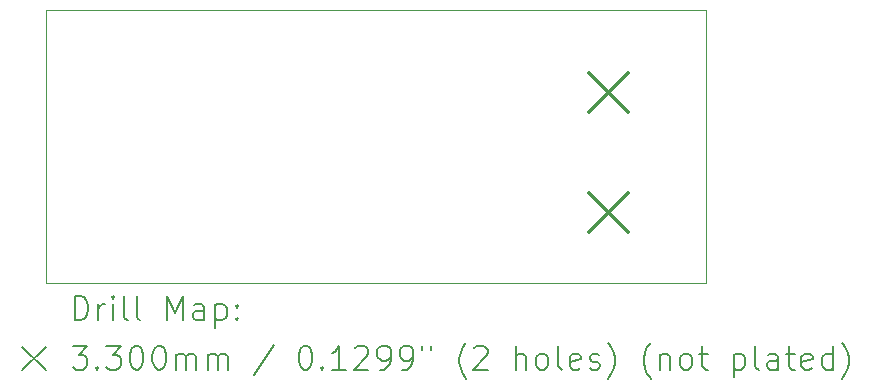
<source format=gbr>
%TF.GenerationSoftware,KiCad,Pcbnew,7.0.2*%
%TF.CreationDate,2024-01-01T15:15:48-07:00*%
%TF.ProjectId,Temperature Senor Board V2 (2),54656d70-6572-4617-9475-72652053656e,rev?*%
%TF.SameCoordinates,Original*%
%TF.FileFunction,Drillmap*%
%TF.FilePolarity,Positive*%
%FSLAX45Y45*%
G04 Gerber Fmt 4.5, Leading zero omitted, Abs format (unit mm)*
G04 Created by KiCad (PCBNEW 7.0.2) date 2024-01-01 15:15:48*
%MOMM*%
%LPD*%
G01*
G04 APERTURE LIST*
%ADD10C,0.050000*%
%ADD11C,0.200000*%
%ADD12C,0.330000*%
G04 APERTURE END LIST*
D10*
X11976100Y-7632700D02*
X17564100Y-7632700D01*
X17564100Y-9944100D01*
X11976100Y-9944100D01*
X11976100Y-7632700D01*
D11*
D12*
X16573600Y-8166200D02*
X16903600Y-8496200D01*
X16903600Y-8166200D02*
X16573600Y-8496200D01*
X16573600Y-9182200D02*
X16903600Y-9512200D01*
X16903600Y-9182200D02*
X16573600Y-9512200D01*
D11*
X12221219Y-10259124D02*
X12221219Y-10059124D01*
X12221219Y-10059124D02*
X12268838Y-10059124D01*
X12268838Y-10059124D02*
X12297409Y-10068648D01*
X12297409Y-10068648D02*
X12316457Y-10087695D01*
X12316457Y-10087695D02*
X12325981Y-10106743D01*
X12325981Y-10106743D02*
X12335505Y-10144838D01*
X12335505Y-10144838D02*
X12335505Y-10173410D01*
X12335505Y-10173410D02*
X12325981Y-10211505D01*
X12325981Y-10211505D02*
X12316457Y-10230552D01*
X12316457Y-10230552D02*
X12297409Y-10249600D01*
X12297409Y-10249600D02*
X12268838Y-10259124D01*
X12268838Y-10259124D02*
X12221219Y-10259124D01*
X12421219Y-10259124D02*
X12421219Y-10125790D01*
X12421219Y-10163886D02*
X12430743Y-10144838D01*
X12430743Y-10144838D02*
X12440267Y-10135314D01*
X12440267Y-10135314D02*
X12459314Y-10125790D01*
X12459314Y-10125790D02*
X12478362Y-10125790D01*
X12545028Y-10259124D02*
X12545028Y-10125790D01*
X12545028Y-10059124D02*
X12535505Y-10068648D01*
X12535505Y-10068648D02*
X12545028Y-10078171D01*
X12545028Y-10078171D02*
X12554552Y-10068648D01*
X12554552Y-10068648D02*
X12545028Y-10059124D01*
X12545028Y-10059124D02*
X12545028Y-10078171D01*
X12668838Y-10259124D02*
X12649790Y-10249600D01*
X12649790Y-10249600D02*
X12640267Y-10230552D01*
X12640267Y-10230552D02*
X12640267Y-10059124D01*
X12773600Y-10259124D02*
X12754552Y-10249600D01*
X12754552Y-10249600D02*
X12745028Y-10230552D01*
X12745028Y-10230552D02*
X12745028Y-10059124D01*
X13002171Y-10259124D02*
X13002171Y-10059124D01*
X13002171Y-10059124D02*
X13068838Y-10201981D01*
X13068838Y-10201981D02*
X13135505Y-10059124D01*
X13135505Y-10059124D02*
X13135505Y-10259124D01*
X13316457Y-10259124D02*
X13316457Y-10154362D01*
X13316457Y-10154362D02*
X13306933Y-10135314D01*
X13306933Y-10135314D02*
X13287886Y-10125790D01*
X13287886Y-10125790D02*
X13249790Y-10125790D01*
X13249790Y-10125790D02*
X13230743Y-10135314D01*
X13316457Y-10249600D02*
X13297409Y-10259124D01*
X13297409Y-10259124D02*
X13249790Y-10259124D01*
X13249790Y-10259124D02*
X13230743Y-10249600D01*
X13230743Y-10249600D02*
X13221219Y-10230552D01*
X13221219Y-10230552D02*
X13221219Y-10211505D01*
X13221219Y-10211505D02*
X13230743Y-10192457D01*
X13230743Y-10192457D02*
X13249790Y-10182933D01*
X13249790Y-10182933D02*
X13297409Y-10182933D01*
X13297409Y-10182933D02*
X13316457Y-10173410D01*
X13411695Y-10125790D02*
X13411695Y-10325790D01*
X13411695Y-10135314D02*
X13430743Y-10125790D01*
X13430743Y-10125790D02*
X13468838Y-10125790D01*
X13468838Y-10125790D02*
X13487886Y-10135314D01*
X13487886Y-10135314D02*
X13497409Y-10144838D01*
X13497409Y-10144838D02*
X13506933Y-10163886D01*
X13506933Y-10163886D02*
X13506933Y-10221029D01*
X13506933Y-10221029D02*
X13497409Y-10240076D01*
X13497409Y-10240076D02*
X13487886Y-10249600D01*
X13487886Y-10249600D02*
X13468838Y-10259124D01*
X13468838Y-10259124D02*
X13430743Y-10259124D01*
X13430743Y-10259124D02*
X13411695Y-10249600D01*
X13592648Y-10240076D02*
X13602171Y-10249600D01*
X13602171Y-10249600D02*
X13592648Y-10259124D01*
X13592648Y-10259124D02*
X13583124Y-10249600D01*
X13583124Y-10249600D02*
X13592648Y-10240076D01*
X13592648Y-10240076D02*
X13592648Y-10259124D01*
X13592648Y-10135314D02*
X13602171Y-10144838D01*
X13602171Y-10144838D02*
X13592648Y-10154362D01*
X13592648Y-10154362D02*
X13583124Y-10144838D01*
X13583124Y-10144838D02*
X13592648Y-10135314D01*
X13592648Y-10135314D02*
X13592648Y-10154362D01*
X11773600Y-10486600D02*
X11973600Y-10686600D01*
X11973600Y-10486600D02*
X11773600Y-10686600D01*
X12202171Y-10479124D02*
X12325981Y-10479124D01*
X12325981Y-10479124D02*
X12259314Y-10555314D01*
X12259314Y-10555314D02*
X12287886Y-10555314D01*
X12287886Y-10555314D02*
X12306933Y-10564838D01*
X12306933Y-10564838D02*
X12316457Y-10574362D01*
X12316457Y-10574362D02*
X12325981Y-10593410D01*
X12325981Y-10593410D02*
X12325981Y-10641029D01*
X12325981Y-10641029D02*
X12316457Y-10660076D01*
X12316457Y-10660076D02*
X12306933Y-10669600D01*
X12306933Y-10669600D02*
X12287886Y-10679124D01*
X12287886Y-10679124D02*
X12230743Y-10679124D01*
X12230743Y-10679124D02*
X12211695Y-10669600D01*
X12211695Y-10669600D02*
X12202171Y-10660076D01*
X12411695Y-10660076D02*
X12421219Y-10669600D01*
X12421219Y-10669600D02*
X12411695Y-10679124D01*
X12411695Y-10679124D02*
X12402171Y-10669600D01*
X12402171Y-10669600D02*
X12411695Y-10660076D01*
X12411695Y-10660076D02*
X12411695Y-10679124D01*
X12487886Y-10479124D02*
X12611695Y-10479124D01*
X12611695Y-10479124D02*
X12545028Y-10555314D01*
X12545028Y-10555314D02*
X12573600Y-10555314D01*
X12573600Y-10555314D02*
X12592648Y-10564838D01*
X12592648Y-10564838D02*
X12602171Y-10574362D01*
X12602171Y-10574362D02*
X12611695Y-10593410D01*
X12611695Y-10593410D02*
X12611695Y-10641029D01*
X12611695Y-10641029D02*
X12602171Y-10660076D01*
X12602171Y-10660076D02*
X12592648Y-10669600D01*
X12592648Y-10669600D02*
X12573600Y-10679124D01*
X12573600Y-10679124D02*
X12516457Y-10679124D01*
X12516457Y-10679124D02*
X12497409Y-10669600D01*
X12497409Y-10669600D02*
X12487886Y-10660076D01*
X12735505Y-10479124D02*
X12754552Y-10479124D01*
X12754552Y-10479124D02*
X12773600Y-10488648D01*
X12773600Y-10488648D02*
X12783124Y-10498171D01*
X12783124Y-10498171D02*
X12792648Y-10517219D01*
X12792648Y-10517219D02*
X12802171Y-10555314D01*
X12802171Y-10555314D02*
X12802171Y-10602933D01*
X12802171Y-10602933D02*
X12792648Y-10641029D01*
X12792648Y-10641029D02*
X12783124Y-10660076D01*
X12783124Y-10660076D02*
X12773600Y-10669600D01*
X12773600Y-10669600D02*
X12754552Y-10679124D01*
X12754552Y-10679124D02*
X12735505Y-10679124D01*
X12735505Y-10679124D02*
X12716457Y-10669600D01*
X12716457Y-10669600D02*
X12706933Y-10660076D01*
X12706933Y-10660076D02*
X12697409Y-10641029D01*
X12697409Y-10641029D02*
X12687886Y-10602933D01*
X12687886Y-10602933D02*
X12687886Y-10555314D01*
X12687886Y-10555314D02*
X12697409Y-10517219D01*
X12697409Y-10517219D02*
X12706933Y-10498171D01*
X12706933Y-10498171D02*
X12716457Y-10488648D01*
X12716457Y-10488648D02*
X12735505Y-10479124D01*
X12925981Y-10479124D02*
X12945029Y-10479124D01*
X12945029Y-10479124D02*
X12964076Y-10488648D01*
X12964076Y-10488648D02*
X12973600Y-10498171D01*
X12973600Y-10498171D02*
X12983124Y-10517219D01*
X12983124Y-10517219D02*
X12992648Y-10555314D01*
X12992648Y-10555314D02*
X12992648Y-10602933D01*
X12992648Y-10602933D02*
X12983124Y-10641029D01*
X12983124Y-10641029D02*
X12973600Y-10660076D01*
X12973600Y-10660076D02*
X12964076Y-10669600D01*
X12964076Y-10669600D02*
X12945029Y-10679124D01*
X12945029Y-10679124D02*
X12925981Y-10679124D01*
X12925981Y-10679124D02*
X12906933Y-10669600D01*
X12906933Y-10669600D02*
X12897409Y-10660076D01*
X12897409Y-10660076D02*
X12887886Y-10641029D01*
X12887886Y-10641029D02*
X12878362Y-10602933D01*
X12878362Y-10602933D02*
X12878362Y-10555314D01*
X12878362Y-10555314D02*
X12887886Y-10517219D01*
X12887886Y-10517219D02*
X12897409Y-10498171D01*
X12897409Y-10498171D02*
X12906933Y-10488648D01*
X12906933Y-10488648D02*
X12925981Y-10479124D01*
X13078362Y-10679124D02*
X13078362Y-10545790D01*
X13078362Y-10564838D02*
X13087886Y-10555314D01*
X13087886Y-10555314D02*
X13106933Y-10545790D01*
X13106933Y-10545790D02*
X13135505Y-10545790D01*
X13135505Y-10545790D02*
X13154552Y-10555314D01*
X13154552Y-10555314D02*
X13164076Y-10574362D01*
X13164076Y-10574362D02*
X13164076Y-10679124D01*
X13164076Y-10574362D02*
X13173600Y-10555314D01*
X13173600Y-10555314D02*
X13192648Y-10545790D01*
X13192648Y-10545790D02*
X13221219Y-10545790D01*
X13221219Y-10545790D02*
X13240267Y-10555314D01*
X13240267Y-10555314D02*
X13249790Y-10574362D01*
X13249790Y-10574362D02*
X13249790Y-10679124D01*
X13345029Y-10679124D02*
X13345029Y-10545790D01*
X13345029Y-10564838D02*
X13354552Y-10555314D01*
X13354552Y-10555314D02*
X13373600Y-10545790D01*
X13373600Y-10545790D02*
X13402171Y-10545790D01*
X13402171Y-10545790D02*
X13421219Y-10555314D01*
X13421219Y-10555314D02*
X13430743Y-10574362D01*
X13430743Y-10574362D02*
X13430743Y-10679124D01*
X13430743Y-10574362D02*
X13440267Y-10555314D01*
X13440267Y-10555314D02*
X13459314Y-10545790D01*
X13459314Y-10545790D02*
X13487886Y-10545790D01*
X13487886Y-10545790D02*
X13506933Y-10555314D01*
X13506933Y-10555314D02*
X13516457Y-10574362D01*
X13516457Y-10574362D02*
X13516457Y-10679124D01*
X13906933Y-10469600D02*
X13735505Y-10726743D01*
X14164076Y-10479124D02*
X14183124Y-10479124D01*
X14183124Y-10479124D02*
X14202172Y-10488648D01*
X14202172Y-10488648D02*
X14211695Y-10498171D01*
X14211695Y-10498171D02*
X14221219Y-10517219D01*
X14221219Y-10517219D02*
X14230743Y-10555314D01*
X14230743Y-10555314D02*
X14230743Y-10602933D01*
X14230743Y-10602933D02*
X14221219Y-10641029D01*
X14221219Y-10641029D02*
X14211695Y-10660076D01*
X14211695Y-10660076D02*
X14202172Y-10669600D01*
X14202172Y-10669600D02*
X14183124Y-10679124D01*
X14183124Y-10679124D02*
X14164076Y-10679124D01*
X14164076Y-10679124D02*
X14145029Y-10669600D01*
X14145029Y-10669600D02*
X14135505Y-10660076D01*
X14135505Y-10660076D02*
X14125981Y-10641029D01*
X14125981Y-10641029D02*
X14116457Y-10602933D01*
X14116457Y-10602933D02*
X14116457Y-10555314D01*
X14116457Y-10555314D02*
X14125981Y-10517219D01*
X14125981Y-10517219D02*
X14135505Y-10498171D01*
X14135505Y-10498171D02*
X14145029Y-10488648D01*
X14145029Y-10488648D02*
X14164076Y-10479124D01*
X14316457Y-10660076D02*
X14325981Y-10669600D01*
X14325981Y-10669600D02*
X14316457Y-10679124D01*
X14316457Y-10679124D02*
X14306933Y-10669600D01*
X14306933Y-10669600D02*
X14316457Y-10660076D01*
X14316457Y-10660076D02*
X14316457Y-10679124D01*
X14516457Y-10679124D02*
X14402172Y-10679124D01*
X14459314Y-10679124D02*
X14459314Y-10479124D01*
X14459314Y-10479124D02*
X14440267Y-10507695D01*
X14440267Y-10507695D02*
X14421219Y-10526743D01*
X14421219Y-10526743D02*
X14402172Y-10536267D01*
X14592648Y-10498171D02*
X14602172Y-10488648D01*
X14602172Y-10488648D02*
X14621219Y-10479124D01*
X14621219Y-10479124D02*
X14668838Y-10479124D01*
X14668838Y-10479124D02*
X14687886Y-10488648D01*
X14687886Y-10488648D02*
X14697410Y-10498171D01*
X14697410Y-10498171D02*
X14706933Y-10517219D01*
X14706933Y-10517219D02*
X14706933Y-10536267D01*
X14706933Y-10536267D02*
X14697410Y-10564838D01*
X14697410Y-10564838D02*
X14583124Y-10679124D01*
X14583124Y-10679124D02*
X14706933Y-10679124D01*
X14802172Y-10679124D02*
X14840267Y-10679124D01*
X14840267Y-10679124D02*
X14859314Y-10669600D01*
X14859314Y-10669600D02*
X14868838Y-10660076D01*
X14868838Y-10660076D02*
X14887886Y-10631505D01*
X14887886Y-10631505D02*
X14897410Y-10593410D01*
X14897410Y-10593410D02*
X14897410Y-10517219D01*
X14897410Y-10517219D02*
X14887886Y-10498171D01*
X14887886Y-10498171D02*
X14878362Y-10488648D01*
X14878362Y-10488648D02*
X14859314Y-10479124D01*
X14859314Y-10479124D02*
X14821219Y-10479124D01*
X14821219Y-10479124D02*
X14802172Y-10488648D01*
X14802172Y-10488648D02*
X14792648Y-10498171D01*
X14792648Y-10498171D02*
X14783124Y-10517219D01*
X14783124Y-10517219D02*
X14783124Y-10564838D01*
X14783124Y-10564838D02*
X14792648Y-10583886D01*
X14792648Y-10583886D02*
X14802172Y-10593410D01*
X14802172Y-10593410D02*
X14821219Y-10602933D01*
X14821219Y-10602933D02*
X14859314Y-10602933D01*
X14859314Y-10602933D02*
X14878362Y-10593410D01*
X14878362Y-10593410D02*
X14887886Y-10583886D01*
X14887886Y-10583886D02*
X14897410Y-10564838D01*
X14992648Y-10679124D02*
X15030743Y-10679124D01*
X15030743Y-10679124D02*
X15049791Y-10669600D01*
X15049791Y-10669600D02*
X15059314Y-10660076D01*
X15059314Y-10660076D02*
X15078362Y-10631505D01*
X15078362Y-10631505D02*
X15087886Y-10593410D01*
X15087886Y-10593410D02*
X15087886Y-10517219D01*
X15087886Y-10517219D02*
X15078362Y-10498171D01*
X15078362Y-10498171D02*
X15068838Y-10488648D01*
X15068838Y-10488648D02*
X15049791Y-10479124D01*
X15049791Y-10479124D02*
X15011695Y-10479124D01*
X15011695Y-10479124D02*
X14992648Y-10488648D01*
X14992648Y-10488648D02*
X14983124Y-10498171D01*
X14983124Y-10498171D02*
X14973600Y-10517219D01*
X14973600Y-10517219D02*
X14973600Y-10564838D01*
X14973600Y-10564838D02*
X14983124Y-10583886D01*
X14983124Y-10583886D02*
X14992648Y-10593410D01*
X14992648Y-10593410D02*
X15011695Y-10602933D01*
X15011695Y-10602933D02*
X15049791Y-10602933D01*
X15049791Y-10602933D02*
X15068838Y-10593410D01*
X15068838Y-10593410D02*
X15078362Y-10583886D01*
X15078362Y-10583886D02*
X15087886Y-10564838D01*
X15164076Y-10479124D02*
X15164076Y-10517219D01*
X15240267Y-10479124D02*
X15240267Y-10517219D01*
X15535505Y-10755314D02*
X15525981Y-10745790D01*
X15525981Y-10745790D02*
X15506934Y-10717219D01*
X15506934Y-10717219D02*
X15497410Y-10698171D01*
X15497410Y-10698171D02*
X15487886Y-10669600D01*
X15487886Y-10669600D02*
X15478362Y-10621981D01*
X15478362Y-10621981D02*
X15478362Y-10583886D01*
X15478362Y-10583886D02*
X15487886Y-10536267D01*
X15487886Y-10536267D02*
X15497410Y-10507695D01*
X15497410Y-10507695D02*
X15506934Y-10488648D01*
X15506934Y-10488648D02*
X15525981Y-10460076D01*
X15525981Y-10460076D02*
X15535505Y-10450552D01*
X15602172Y-10498171D02*
X15611695Y-10488648D01*
X15611695Y-10488648D02*
X15630743Y-10479124D01*
X15630743Y-10479124D02*
X15678362Y-10479124D01*
X15678362Y-10479124D02*
X15697410Y-10488648D01*
X15697410Y-10488648D02*
X15706934Y-10498171D01*
X15706934Y-10498171D02*
X15716457Y-10517219D01*
X15716457Y-10517219D02*
X15716457Y-10536267D01*
X15716457Y-10536267D02*
X15706934Y-10564838D01*
X15706934Y-10564838D02*
X15592648Y-10679124D01*
X15592648Y-10679124D02*
X15716457Y-10679124D01*
X15954553Y-10679124D02*
X15954553Y-10479124D01*
X16040267Y-10679124D02*
X16040267Y-10574362D01*
X16040267Y-10574362D02*
X16030743Y-10555314D01*
X16030743Y-10555314D02*
X16011696Y-10545790D01*
X16011696Y-10545790D02*
X15983124Y-10545790D01*
X15983124Y-10545790D02*
X15964076Y-10555314D01*
X15964076Y-10555314D02*
X15954553Y-10564838D01*
X16164076Y-10679124D02*
X16145029Y-10669600D01*
X16145029Y-10669600D02*
X16135505Y-10660076D01*
X16135505Y-10660076D02*
X16125981Y-10641029D01*
X16125981Y-10641029D02*
X16125981Y-10583886D01*
X16125981Y-10583886D02*
X16135505Y-10564838D01*
X16135505Y-10564838D02*
X16145029Y-10555314D01*
X16145029Y-10555314D02*
X16164076Y-10545790D01*
X16164076Y-10545790D02*
X16192648Y-10545790D01*
X16192648Y-10545790D02*
X16211696Y-10555314D01*
X16211696Y-10555314D02*
X16221219Y-10564838D01*
X16221219Y-10564838D02*
X16230743Y-10583886D01*
X16230743Y-10583886D02*
X16230743Y-10641029D01*
X16230743Y-10641029D02*
X16221219Y-10660076D01*
X16221219Y-10660076D02*
X16211696Y-10669600D01*
X16211696Y-10669600D02*
X16192648Y-10679124D01*
X16192648Y-10679124D02*
X16164076Y-10679124D01*
X16345029Y-10679124D02*
X16325981Y-10669600D01*
X16325981Y-10669600D02*
X16316457Y-10650552D01*
X16316457Y-10650552D02*
X16316457Y-10479124D01*
X16497410Y-10669600D02*
X16478362Y-10679124D01*
X16478362Y-10679124D02*
X16440267Y-10679124D01*
X16440267Y-10679124D02*
X16421219Y-10669600D01*
X16421219Y-10669600D02*
X16411696Y-10650552D01*
X16411696Y-10650552D02*
X16411696Y-10574362D01*
X16411696Y-10574362D02*
X16421219Y-10555314D01*
X16421219Y-10555314D02*
X16440267Y-10545790D01*
X16440267Y-10545790D02*
X16478362Y-10545790D01*
X16478362Y-10545790D02*
X16497410Y-10555314D01*
X16497410Y-10555314D02*
X16506934Y-10574362D01*
X16506934Y-10574362D02*
X16506934Y-10593410D01*
X16506934Y-10593410D02*
X16411696Y-10612457D01*
X16583124Y-10669600D02*
X16602172Y-10679124D01*
X16602172Y-10679124D02*
X16640267Y-10679124D01*
X16640267Y-10679124D02*
X16659315Y-10669600D01*
X16659315Y-10669600D02*
X16668838Y-10650552D01*
X16668838Y-10650552D02*
X16668838Y-10641029D01*
X16668838Y-10641029D02*
X16659315Y-10621981D01*
X16659315Y-10621981D02*
X16640267Y-10612457D01*
X16640267Y-10612457D02*
X16611696Y-10612457D01*
X16611696Y-10612457D02*
X16592648Y-10602933D01*
X16592648Y-10602933D02*
X16583124Y-10583886D01*
X16583124Y-10583886D02*
X16583124Y-10574362D01*
X16583124Y-10574362D02*
X16592648Y-10555314D01*
X16592648Y-10555314D02*
X16611696Y-10545790D01*
X16611696Y-10545790D02*
X16640267Y-10545790D01*
X16640267Y-10545790D02*
X16659315Y-10555314D01*
X16735505Y-10755314D02*
X16745029Y-10745790D01*
X16745029Y-10745790D02*
X16764077Y-10717219D01*
X16764077Y-10717219D02*
X16773600Y-10698171D01*
X16773600Y-10698171D02*
X16783124Y-10669600D01*
X16783124Y-10669600D02*
X16792648Y-10621981D01*
X16792648Y-10621981D02*
X16792648Y-10583886D01*
X16792648Y-10583886D02*
X16783124Y-10536267D01*
X16783124Y-10536267D02*
X16773600Y-10507695D01*
X16773600Y-10507695D02*
X16764077Y-10488648D01*
X16764077Y-10488648D02*
X16745029Y-10460076D01*
X16745029Y-10460076D02*
X16735505Y-10450552D01*
X17097410Y-10755314D02*
X17087886Y-10745790D01*
X17087886Y-10745790D02*
X17068839Y-10717219D01*
X17068839Y-10717219D02*
X17059315Y-10698171D01*
X17059315Y-10698171D02*
X17049791Y-10669600D01*
X17049791Y-10669600D02*
X17040267Y-10621981D01*
X17040267Y-10621981D02*
X17040267Y-10583886D01*
X17040267Y-10583886D02*
X17049791Y-10536267D01*
X17049791Y-10536267D02*
X17059315Y-10507695D01*
X17059315Y-10507695D02*
X17068839Y-10488648D01*
X17068839Y-10488648D02*
X17087886Y-10460076D01*
X17087886Y-10460076D02*
X17097410Y-10450552D01*
X17173600Y-10545790D02*
X17173600Y-10679124D01*
X17173600Y-10564838D02*
X17183124Y-10555314D01*
X17183124Y-10555314D02*
X17202172Y-10545790D01*
X17202172Y-10545790D02*
X17230743Y-10545790D01*
X17230743Y-10545790D02*
X17249791Y-10555314D01*
X17249791Y-10555314D02*
X17259315Y-10574362D01*
X17259315Y-10574362D02*
X17259315Y-10679124D01*
X17383124Y-10679124D02*
X17364077Y-10669600D01*
X17364077Y-10669600D02*
X17354553Y-10660076D01*
X17354553Y-10660076D02*
X17345029Y-10641029D01*
X17345029Y-10641029D02*
X17345029Y-10583886D01*
X17345029Y-10583886D02*
X17354553Y-10564838D01*
X17354553Y-10564838D02*
X17364077Y-10555314D01*
X17364077Y-10555314D02*
X17383124Y-10545790D01*
X17383124Y-10545790D02*
X17411696Y-10545790D01*
X17411696Y-10545790D02*
X17430743Y-10555314D01*
X17430743Y-10555314D02*
X17440267Y-10564838D01*
X17440267Y-10564838D02*
X17449791Y-10583886D01*
X17449791Y-10583886D02*
X17449791Y-10641029D01*
X17449791Y-10641029D02*
X17440267Y-10660076D01*
X17440267Y-10660076D02*
X17430743Y-10669600D01*
X17430743Y-10669600D02*
X17411696Y-10679124D01*
X17411696Y-10679124D02*
X17383124Y-10679124D01*
X17506934Y-10545790D02*
X17583124Y-10545790D01*
X17535505Y-10479124D02*
X17535505Y-10650552D01*
X17535505Y-10650552D02*
X17545029Y-10669600D01*
X17545029Y-10669600D02*
X17564077Y-10679124D01*
X17564077Y-10679124D02*
X17583124Y-10679124D01*
X17802172Y-10545790D02*
X17802172Y-10745790D01*
X17802172Y-10555314D02*
X17821220Y-10545790D01*
X17821220Y-10545790D02*
X17859315Y-10545790D01*
X17859315Y-10545790D02*
X17878362Y-10555314D01*
X17878362Y-10555314D02*
X17887886Y-10564838D01*
X17887886Y-10564838D02*
X17897410Y-10583886D01*
X17897410Y-10583886D02*
X17897410Y-10641029D01*
X17897410Y-10641029D02*
X17887886Y-10660076D01*
X17887886Y-10660076D02*
X17878362Y-10669600D01*
X17878362Y-10669600D02*
X17859315Y-10679124D01*
X17859315Y-10679124D02*
X17821220Y-10679124D01*
X17821220Y-10679124D02*
X17802172Y-10669600D01*
X18011696Y-10679124D02*
X17992648Y-10669600D01*
X17992648Y-10669600D02*
X17983124Y-10650552D01*
X17983124Y-10650552D02*
X17983124Y-10479124D01*
X18173601Y-10679124D02*
X18173601Y-10574362D01*
X18173601Y-10574362D02*
X18164077Y-10555314D01*
X18164077Y-10555314D02*
X18145029Y-10545790D01*
X18145029Y-10545790D02*
X18106934Y-10545790D01*
X18106934Y-10545790D02*
X18087886Y-10555314D01*
X18173601Y-10669600D02*
X18154553Y-10679124D01*
X18154553Y-10679124D02*
X18106934Y-10679124D01*
X18106934Y-10679124D02*
X18087886Y-10669600D01*
X18087886Y-10669600D02*
X18078362Y-10650552D01*
X18078362Y-10650552D02*
X18078362Y-10631505D01*
X18078362Y-10631505D02*
X18087886Y-10612457D01*
X18087886Y-10612457D02*
X18106934Y-10602933D01*
X18106934Y-10602933D02*
X18154553Y-10602933D01*
X18154553Y-10602933D02*
X18173601Y-10593410D01*
X18240267Y-10545790D02*
X18316458Y-10545790D01*
X18268839Y-10479124D02*
X18268839Y-10650552D01*
X18268839Y-10650552D02*
X18278362Y-10669600D01*
X18278362Y-10669600D02*
X18297410Y-10679124D01*
X18297410Y-10679124D02*
X18316458Y-10679124D01*
X18459315Y-10669600D02*
X18440267Y-10679124D01*
X18440267Y-10679124D02*
X18402172Y-10679124D01*
X18402172Y-10679124D02*
X18383124Y-10669600D01*
X18383124Y-10669600D02*
X18373601Y-10650552D01*
X18373601Y-10650552D02*
X18373601Y-10574362D01*
X18373601Y-10574362D02*
X18383124Y-10555314D01*
X18383124Y-10555314D02*
X18402172Y-10545790D01*
X18402172Y-10545790D02*
X18440267Y-10545790D01*
X18440267Y-10545790D02*
X18459315Y-10555314D01*
X18459315Y-10555314D02*
X18468839Y-10574362D01*
X18468839Y-10574362D02*
X18468839Y-10593410D01*
X18468839Y-10593410D02*
X18373601Y-10612457D01*
X18640267Y-10679124D02*
X18640267Y-10479124D01*
X18640267Y-10669600D02*
X18621220Y-10679124D01*
X18621220Y-10679124D02*
X18583124Y-10679124D01*
X18583124Y-10679124D02*
X18564077Y-10669600D01*
X18564077Y-10669600D02*
X18554553Y-10660076D01*
X18554553Y-10660076D02*
X18545029Y-10641029D01*
X18545029Y-10641029D02*
X18545029Y-10583886D01*
X18545029Y-10583886D02*
X18554553Y-10564838D01*
X18554553Y-10564838D02*
X18564077Y-10555314D01*
X18564077Y-10555314D02*
X18583124Y-10545790D01*
X18583124Y-10545790D02*
X18621220Y-10545790D01*
X18621220Y-10545790D02*
X18640267Y-10555314D01*
X18716458Y-10755314D02*
X18725982Y-10745790D01*
X18725982Y-10745790D02*
X18745029Y-10717219D01*
X18745029Y-10717219D02*
X18754553Y-10698171D01*
X18754553Y-10698171D02*
X18764077Y-10669600D01*
X18764077Y-10669600D02*
X18773601Y-10621981D01*
X18773601Y-10621981D02*
X18773601Y-10583886D01*
X18773601Y-10583886D02*
X18764077Y-10536267D01*
X18764077Y-10536267D02*
X18754553Y-10507695D01*
X18754553Y-10507695D02*
X18745029Y-10488648D01*
X18745029Y-10488648D02*
X18725982Y-10460076D01*
X18725982Y-10460076D02*
X18716458Y-10450552D01*
M02*

</source>
